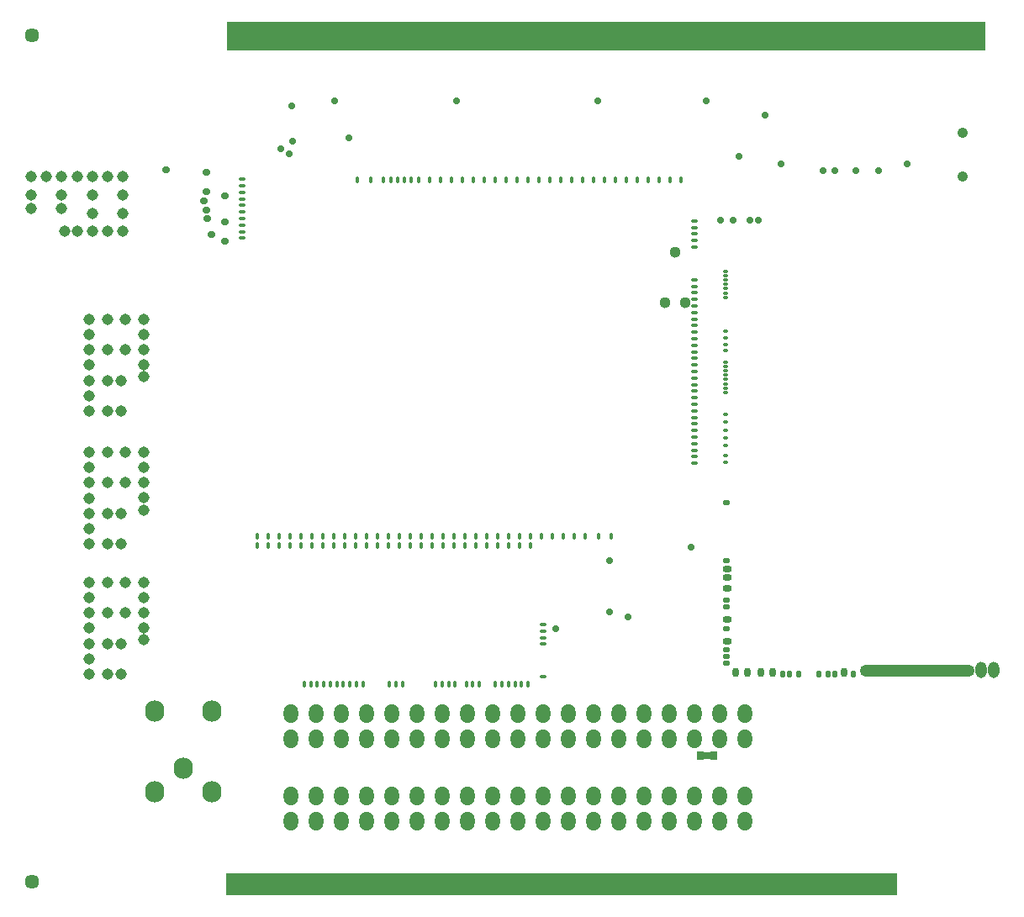
<source format=gbs>
G75*
G70*
%OFA0B0*%
%FSLAX25Y25*%
%IPPOS*%
%LPD*%
%AMOC8*
5,1,8,0,0,1.08239X$1,22.5*
%
%AMM53*
21,1,0.015350,0.009840,0.000000,0.000000,90.000000*
21,1,0.000000,0.025200,0.000000,0.000000,90.000000*
1,1,0.015350,0.004920,0.000000*
1,1,0.015350,0.004920,0.000000*
1,1,0.015350,-0.004920,0.000000*
1,1,0.015350,-0.004920,0.000000*
%
%AMM54*
21,1,0.015350,0.009840,0.000000,0.000000,0.000000*
21,1,0.000000,0.025200,0.000000,0.000000,0.000000*
1,1,0.015350,0.000000,-0.004920*
1,1,0.015350,0.000000,-0.004920*
1,1,0.015350,0.000000,0.004920*
1,1,0.015350,0.000000,0.004920*
%
%AMM92*
21,1,0.015350,0.009840,0.000000,0.000000,270.000000*
21,1,0.000000,0.025200,0.000000,0.000000,270.000000*
1,1,0.015350,-0.004920,0.000000*
1,1,0.015350,-0.004920,0.000000*
1,1,0.015350,0.004920,0.000000*
1,1,0.015350,0.004920,0.000000*
%
%ADD10M54*%
%ADD102M92*%
%ADD108C,0.04451*%
%ADD142O,0.02913X0.02126*%
%ADD148O,0.04488X0.06457*%
%ADD156R,0.02520X0.03701*%
%ADD161O,0.02913X0.03701*%
%ADD181C,0.04095*%
%ADD203O,0.45433X0.04882*%
%ADD205R,3.01083X0.11417*%
%ADD229R,2.65847X0.08563*%
%ADD244O,0.02126X0.01339*%
%ADD246M53*%
%ADD265C,0.04488*%
%ADD282C,0.00551*%
%ADD292O,0.07638X0.08425*%
%ADD298C,0.05701*%
%ADD45R,0.03556X0.03162*%
%ADD80O,0.02126X0.02913*%
%ADD86O,0.03701X0.02913*%
%ADD93C,0.02913*%
%ADD95O,0.05669X0.07638*%
X0000000Y0000000D02*
G01*
G75*
D229*
X0215699Y0004281D02*
D03*
D148*
X0387211Y0089483D02*
D03*
X0382266Y0089483D02*
D03*
D86*
X0281581Y0129444D02*
D03*
X0281581Y0125999D02*
D03*
X0281581Y0121767D02*
D03*
X0281581Y0109463D02*
D03*
X0281581Y0100507D02*
D03*
D181*
X0374799Y0302362D02*
D03*
X0374799Y0285039D02*
D03*
D93*
X0234744Y0132776D02*
D03*
X0213287Y0105807D02*
D03*
X0242224Y0110236D02*
D03*
X0267126Y0137992D02*
D03*
X0234813Y0112175D02*
D03*
X0352772Y0290075D02*
D03*
X0319390Y0287402D02*
D03*
X0302756Y0290039D02*
D03*
X0332579Y0287402D02*
D03*
X0341339Y0287402D02*
D03*
X0324016Y0287402D02*
D03*
X0296555Y0309350D02*
D03*
X0104331Y0296063D02*
D03*
X0107776Y0293996D02*
D03*
X0108957Y0299016D02*
D03*
X0108661Y0312992D02*
D03*
X0290354Y0267815D02*
D03*
X0293898Y0267815D02*
D03*
X0278839Y0267815D02*
D03*
X0283858Y0267815D02*
D03*
X0286043Y0293110D02*
D03*
X0230118Y0315158D02*
D03*
X0273031Y0315158D02*
D03*
X0131398Y0300197D02*
D03*
X0174213Y0315158D02*
D03*
X0125932Y0315158D02*
D03*
X0075059Y0279035D02*
D03*
X0082284Y0277362D02*
D03*
X0074213Y0275197D02*
D03*
X0075059Y0271752D02*
D03*
X0082284Y0267126D02*
D03*
X0075354Y0268406D02*
D03*
X0077126Y0262008D02*
D03*
X0082284Y0259449D02*
D03*
X0075000Y0286516D02*
D03*
X0058957Y0287697D02*
D03*
D282*
X0312205Y0052165D02*
D03*
X0319882Y0021457D02*
D03*
X0028346Y0021457D02*
D03*
X0036024Y0052165D02*
D03*
X0034331Y0073150D02*
D03*
X0316496Y0073150D02*
D03*
X0015079Y0039449D02*
D03*
X0333701Y0039449D02*
D03*
X0250590Y0317717D02*
D03*
D292*
X0054331Y0041142D02*
D03*
X0077165Y0041142D02*
D03*
X0065748Y0050315D02*
D03*
X0054331Y0073150D02*
D03*
X0077165Y0073150D02*
D03*
D95*
X0208307Y0062087D02*
D03*
X0288307Y0072087D02*
D03*
X0288307Y0062087D02*
D03*
X0278307Y0072087D02*
D03*
X0278307Y0062087D02*
D03*
X0268307Y0072087D02*
D03*
X0268307Y0062087D02*
D03*
X0258307Y0072087D02*
D03*
X0258307Y0062087D02*
D03*
X0248307Y0072087D02*
D03*
X0248307Y0062087D02*
D03*
X0238307Y0072087D02*
D03*
X0238307Y0062087D02*
D03*
X0228307Y0072087D02*
D03*
X0228307Y0062087D02*
D03*
X0218307Y0072087D02*
D03*
X0218307Y0062087D02*
D03*
X0208307Y0072087D02*
D03*
X0208307Y0029331D02*
D03*
X0288307Y0039331D02*
D03*
X0288307Y0029331D02*
D03*
X0278307Y0039331D02*
D03*
X0278307Y0029331D02*
D03*
X0268307Y0039331D02*
D03*
X0268307Y0029331D02*
D03*
X0258307Y0039331D02*
D03*
X0258307Y0029331D02*
D03*
X0248307Y0039331D02*
D03*
X0248307Y0029331D02*
D03*
X0238307Y0039331D02*
D03*
X0238307Y0029331D02*
D03*
X0228307Y0039331D02*
D03*
X0228307Y0029331D02*
D03*
X0218307Y0039331D02*
D03*
X0218307Y0029331D02*
D03*
X0208307Y0039331D02*
D03*
X0108307Y0062087D02*
D03*
X0108307Y0072087D02*
D03*
X0118307Y0062087D02*
D03*
X0118307Y0072087D02*
D03*
X0128307Y0062087D02*
D03*
X0128307Y0072087D02*
D03*
X0138307Y0062087D02*
D03*
X0138307Y0072087D02*
D03*
X0148307Y0062087D02*
D03*
X0148307Y0072087D02*
D03*
X0158307Y0062087D02*
D03*
X0158307Y0072087D02*
D03*
X0168307Y0062087D02*
D03*
X0168307Y0072087D02*
D03*
X0178307Y0062087D02*
D03*
X0178307Y0072087D02*
D03*
X0188307Y0062087D02*
D03*
X0188307Y0072087D02*
D03*
X0198307Y0062087D02*
D03*
X0198307Y0072087D02*
D03*
X0108307Y0029331D02*
D03*
X0108307Y0039331D02*
D03*
X0118307Y0029331D02*
D03*
X0118307Y0039331D02*
D03*
X0128307Y0029331D02*
D03*
X0128307Y0039331D02*
D03*
X0138307Y0029331D02*
D03*
X0138307Y0039331D02*
D03*
X0148307Y0029331D02*
D03*
X0148307Y0039331D02*
D03*
X0158307Y0029331D02*
D03*
X0158307Y0039331D02*
D03*
X0168307Y0029331D02*
D03*
X0168307Y0039331D02*
D03*
X0178307Y0029331D02*
D03*
X0178307Y0039331D02*
D03*
X0188307Y0029331D02*
D03*
X0188307Y0039331D02*
D03*
X0198307Y0029331D02*
D03*
X0198307Y0039331D02*
D03*
D298*
X0005630Y0341024D02*
D03*
X0343012Y0005433D02*
D03*
X0005630Y0005433D02*
D03*
D265*
X0028543Y0124114D02*
D03*
X0028543Y0112106D02*
D03*
X0028543Y0099803D02*
D03*
X0028543Y0087795D02*
D03*
X0040944Y0087795D02*
D03*
X0035728Y0087795D02*
D03*
X0040944Y0099803D02*
D03*
X0035728Y0099803D02*
D03*
X0042913Y0112106D02*
D03*
X0035728Y0112106D02*
D03*
X0035728Y0124114D02*
D03*
X0042913Y0124114D02*
D03*
X0050098Y0101181D02*
D03*
X0050098Y0112106D02*
D03*
X0050098Y0124114D02*
D03*
X0028543Y0093799D02*
D03*
X0028543Y0105905D02*
D03*
X0028543Y0118110D02*
D03*
X0050098Y0118110D02*
D03*
X0050098Y0106102D02*
D03*
X0028543Y0175689D02*
D03*
X0028543Y0163681D02*
D03*
X0028543Y0151378D02*
D03*
X0028543Y0139370D02*
D03*
X0040944Y0139370D02*
D03*
X0035728Y0139370D02*
D03*
X0040944Y0151378D02*
D03*
X0035728Y0151378D02*
D03*
X0042913Y0163681D02*
D03*
X0035728Y0163681D02*
D03*
X0035728Y0175689D02*
D03*
X0042913Y0175689D02*
D03*
X0050098Y0152756D02*
D03*
X0050098Y0163681D02*
D03*
X0050098Y0175689D02*
D03*
X0028543Y0145374D02*
D03*
X0028543Y0157480D02*
D03*
X0028543Y0169685D02*
D03*
X0050098Y0169685D02*
D03*
X0050098Y0157677D02*
D03*
X0028543Y0228445D02*
D03*
X0028543Y0216437D02*
D03*
X0028543Y0204134D02*
D03*
X0028543Y0192126D02*
D03*
X0040944Y0192126D02*
D03*
X0035728Y0192126D02*
D03*
X0040944Y0204134D02*
D03*
X0035728Y0204134D02*
D03*
X0042913Y0216437D02*
D03*
X0035728Y0216437D02*
D03*
X0035728Y0228445D02*
D03*
X0042913Y0228445D02*
D03*
X0050098Y0205512D02*
D03*
X0050098Y0216437D02*
D03*
X0050098Y0228445D02*
D03*
X0028543Y0198130D02*
D03*
X0028543Y0210236D02*
D03*
X0028543Y0222441D02*
D03*
X0050098Y0222441D02*
D03*
X0050098Y0210433D02*
D03*
X0041831Y0284843D02*
D03*
X0029823Y0284843D02*
D03*
X0017520Y0284843D02*
D03*
X0005512Y0284843D02*
D03*
X0005512Y0272441D02*
D03*
X0005512Y0277658D02*
D03*
X0017520Y0272441D02*
D03*
X0017520Y0277658D02*
D03*
X0029823Y0270473D02*
D03*
X0029823Y0277658D02*
D03*
X0041831Y0277658D02*
D03*
X0041831Y0270473D02*
D03*
X0018898Y0263288D02*
D03*
X0029823Y0263288D02*
D03*
X0041831Y0263288D02*
D03*
X0011516Y0284842D02*
D03*
X0023622Y0284842D02*
D03*
X0035827Y0284843D02*
D03*
X0035827Y0263288D02*
D03*
X0023819Y0263288D02*
D03*
D205*
X0233317Y0340748D02*
D03*
D246*
X0208465Y0086528D02*
D03*
X0208465Y0107316D02*
D03*
X0208465Y0104717D02*
D03*
X0208465Y0102119D02*
D03*
X0208465Y0099520D02*
D03*
X0268492Y0189469D02*
D03*
X0268492Y0186870D02*
D03*
X0268492Y0184272D02*
D03*
X0268492Y0181673D02*
D03*
X0268492Y0179075D02*
D03*
X0268492Y0176476D02*
D03*
X0268492Y0173878D02*
D03*
X0268492Y0171280D02*
D03*
X0268492Y0259626D02*
D03*
X0268492Y0262224D02*
D03*
X0268492Y0264823D02*
D03*
X0268492Y0267421D02*
D03*
X0268492Y0257028D02*
D03*
X0268492Y0244035D02*
D03*
X0268492Y0241437D02*
D03*
X0268492Y0238839D02*
D03*
X0268492Y0236240D02*
D03*
X0268492Y0233642D02*
D03*
X0268492Y0231043D02*
D03*
X0268492Y0228445D02*
D03*
X0268492Y0225846D02*
D03*
X0268492Y0223248D02*
D03*
X0268492Y0220650D02*
D03*
X0268492Y0218051D02*
D03*
X0268492Y0215453D02*
D03*
X0268492Y0212854D02*
D03*
X0268492Y0210256D02*
D03*
X0268492Y0207658D02*
D03*
X0268492Y0205059D02*
D03*
X0268492Y0202461D02*
D03*
X0268492Y0199862D02*
D03*
X0268492Y0197264D02*
D03*
X0268492Y0194665D02*
D03*
X0268492Y0192067D02*
D03*
X0089252Y0278740D02*
D03*
X0089252Y0276142D02*
D03*
X0089252Y0273543D02*
D03*
X0089252Y0270945D02*
D03*
X0089252Y0268347D02*
D03*
X0089252Y0265748D02*
D03*
X0089252Y0263150D02*
D03*
X0089252Y0260551D02*
D03*
X0089252Y0283937D02*
D03*
X0089252Y0281339D02*
D03*
D10*
X0108189Y0138689D02*
D03*
X0103858Y0138689D02*
D03*
X0099528Y0138689D02*
D03*
X0095197Y0138689D02*
D03*
X0202476Y0083720D02*
D03*
X0199878Y0083720D02*
D03*
X0197280Y0083720D02*
D03*
X0194681Y0083720D02*
D03*
X0192083Y0083720D02*
D03*
X0189484Y0083720D02*
D03*
X0183181Y0083720D02*
D03*
X0180583Y0083720D02*
D03*
X0177984Y0083720D02*
D03*
X0173571Y0083720D02*
D03*
X0170973Y0083720D02*
D03*
X0168374Y0083720D02*
D03*
X0165776Y0083720D02*
D03*
X0152681Y0083720D02*
D03*
X0150083Y0083720D02*
D03*
X0147484Y0083720D02*
D03*
X0137067Y0083720D02*
D03*
X0134469Y0083720D02*
D03*
X0131870Y0083720D02*
D03*
X0129272Y0083720D02*
D03*
X0126673Y0083720D02*
D03*
X0124075Y0083720D02*
D03*
X0121476Y0083720D02*
D03*
X0118878Y0083720D02*
D03*
X0116279Y0083720D02*
D03*
X0113681Y0083720D02*
D03*
X0112520Y0138689D02*
D03*
X0116850Y0138689D02*
D03*
X0121181Y0138689D02*
D03*
X0125512Y0138689D02*
D03*
X0129842Y0138689D02*
D03*
X0134173Y0138689D02*
D03*
X0138504Y0138689D02*
D03*
X0142835Y0138689D02*
D03*
X0147165Y0138689D02*
D03*
X0151496Y0138689D02*
D03*
X0155827Y0138689D02*
D03*
X0160157Y0138689D02*
D03*
X0164488Y0138689D02*
D03*
X0168819Y0138689D02*
D03*
X0173150Y0138689D02*
D03*
X0177480Y0138689D02*
D03*
X0181811Y0138689D02*
D03*
X0186142Y0138689D02*
D03*
X0190472Y0138689D02*
D03*
X0194803Y0138689D02*
D03*
X0199134Y0138689D02*
D03*
X0203464Y0138689D02*
D03*
X0153465Y0283669D02*
D03*
X0148228Y0283669D02*
D03*
X0250079Y0283669D02*
D03*
X0254409Y0283669D02*
D03*
X0258740Y0283669D02*
D03*
X0112520Y0142217D02*
D03*
X0108189Y0142217D02*
D03*
X0103858Y0142217D02*
D03*
X0099528Y0142217D02*
D03*
X0220787Y0142217D02*
D03*
X0225118Y0142217D02*
D03*
X0230315Y0142217D02*
D03*
X0235512Y0142217D02*
D03*
X0216457Y0142217D02*
D03*
X0212126Y0142217D02*
D03*
X0207795Y0142217D02*
D03*
X0203465Y0142217D02*
D03*
X0199134Y0142217D02*
D03*
X0194803Y0142217D02*
D03*
X0190472Y0142217D02*
D03*
X0186142Y0142217D02*
D03*
X0181811Y0142217D02*
D03*
X0177480Y0142217D02*
D03*
X0173150Y0142217D02*
D03*
X0168819Y0142217D02*
D03*
X0164488Y0142217D02*
D03*
X0160158Y0142217D02*
D03*
X0155827Y0142217D02*
D03*
X0151496Y0142217D02*
D03*
X0147166Y0142217D02*
D03*
X0142835Y0142217D02*
D03*
X0138504Y0142217D02*
D03*
X0134173Y0142217D02*
D03*
X0129843Y0142217D02*
D03*
X0125512Y0142217D02*
D03*
X0150847Y0283669D02*
D03*
X0145236Y0283669D02*
D03*
X0140039Y0283669D02*
D03*
X0134843Y0283669D02*
D03*
X0156083Y0283669D02*
D03*
X0159134Y0283669D02*
D03*
X0163465Y0283669D02*
D03*
X0167795Y0283669D02*
D03*
X0172126Y0283669D02*
D03*
X0176457Y0283669D02*
D03*
X0180787Y0283669D02*
D03*
X0185118Y0283669D02*
D03*
X0189449Y0283669D02*
D03*
X0193779Y0283669D02*
D03*
X0198110Y0283669D02*
D03*
X0202441Y0283669D02*
D03*
X0206771Y0283669D02*
D03*
X0211102Y0283669D02*
D03*
X0215433Y0283669D02*
D03*
X0219764Y0283669D02*
D03*
X0224094Y0283669D02*
D03*
X0228425Y0283669D02*
D03*
X0232756Y0283669D02*
D03*
X0237087Y0283669D02*
D03*
X0241417Y0283669D02*
D03*
X0245748Y0283669D02*
D03*
X0121181Y0142217D02*
D03*
X0116851Y0142217D02*
D03*
X0095197Y0142217D02*
D03*
X0263071Y0283669D02*
D03*
D156*
X0275984Y0055413D02*
D03*
X0270866Y0055413D02*
D03*
D45*
X0274902Y0055413D02*
D03*
X0271949Y0055413D02*
D03*
D244*
X0280793Y0247456D02*
D03*
X0280793Y0245723D02*
D03*
X0280793Y0243991D02*
D03*
X0280793Y0242259D02*
D03*
X0280793Y0240526D02*
D03*
X0280793Y0238794D02*
D03*
X0280793Y0237062D02*
D03*
X0280793Y0223656D02*
D03*
X0280793Y0221058D02*
D03*
X0280793Y0218459D02*
D03*
X0280793Y0215861D02*
D03*
X0280793Y0211432D02*
D03*
X0280793Y0209700D02*
D03*
X0280793Y0207967D02*
D03*
X0280793Y0206235D02*
D03*
X0280793Y0204503D02*
D03*
X0280793Y0202770D02*
D03*
X0280793Y0201038D02*
D03*
X0280793Y0199306D02*
D03*
X0280793Y0190664D02*
D03*
X0280793Y0187531D02*
D03*
X0280793Y0184381D02*
D03*
X0280793Y0181231D02*
D03*
X0280793Y0171688D02*
D03*
X0280793Y0174286D02*
D03*
X0280793Y0178460D02*
D03*
D142*
X0281207Y0155723D02*
D03*
X0281207Y0132692D02*
D03*
X0281207Y0091866D02*
D03*
X0281207Y0094601D02*
D03*
X0281207Y0097279D02*
D03*
X0281207Y0105646D02*
D03*
X0281207Y0114483D02*
D03*
X0281207Y0117042D02*
D03*
D161*
X0284750Y0088204D02*
D03*
X0289376Y0088204D02*
D03*
X0294691Y0088204D02*
D03*
X0299317Y0088204D02*
D03*
X0327663Y0088204D02*
D03*
D203*
X0356896Y0088991D02*
D03*
D80*
X0331502Y0087810D02*
D03*
X0324239Y0087810D02*
D03*
X0317842Y0087810D02*
D03*
X0303333Y0087810D02*
D03*
X0306129Y0087810D02*
D03*
X0309672Y0087810D02*
D03*
X0321364Y0087810D02*
D03*
X0087382Y0140157D02*
G01*
G75*
D108*
X0260807Y0255078D02*
D03*
X0264807Y0235078D02*
D03*
X0256807Y0235078D02*
D03*
D10*
X0153465Y0283669D02*
D03*
X0148229Y0283669D02*
D03*
X0250079Y0283669D02*
D03*
X0254409Y0283669D02*
D03*
X0258740Y0283669D02*
D03*
X0112520Y0142216D02*
D03*
X0108189Y0142216D02*
D03*
X0103859Y0142216D02*
D03*
X0099528Y0142216D02*
D03*
X0220787Y0142216D02*
D03*
X0225118Y0142216D02*
D03*
X0230315Y0142216D02*
D03*
X0235512Y0142216D02*
D03*
X0216457Y0142216D02*
D03*
X0212126Y0142216D02*
D03*
X0207795Y0142216D02*
D03*
X0203465Y0142216D02*
D03*
X0199134Y0142216D02*
D03*
X0194803Y0142216D02*
D03*
X0190473Y0142216D02*
D03*
X0186142Y0142216D02*
D03*
X0181811Y0142216D02*
D03*
X0177481Y0142216D02*
D03*
X0173150Y0142216D02*
D03*
X0168819Y0142216D02*
D03*
X0164488Y0142216D02*
D03*
X0160158Y0142216D02*
D03*
X0155827Y0142216D02*
D03*
X0151496Y0142216D02*
D03*
X0147166Y0142216D02*
D03*
X0142835Y0142216D02*
D03*
X0138504Y0142216D02*
D03*
X0134173Y0142216D02*
D03*
X0129843Y0142216D02*
D03*
X0125512Y0142216D02*
D03*
X0150847Y0283669D02*
D03*
X0145236Y0283669D02*
D03*
X0140040Y0283669D02*
D03*
X0134843Y0283669D02*
D03*
X0156083Y0283669D02*
D03*
X0159134Y0283669D02*
D03*
X0163465Y0283669D02*
D03*
X0167795Y0283669D02*
D03*
X0172126Y0283669D02*
D03*
X0176457Y0283669D02*
D03*
X0180787Y0283669D02*
D03*
X0185118Y0283669D02*
D03*
X0189449Y0283669D02*
D03*
X0193780Y0283669D02*
D03*
X0198110Y0283669D02*
D03*
X0202441Y0283669D02*
D03*
X0206772Y0283669D02*
D03*
X0211102Y0283669D02*
D03*
X0215433Y0283669D02*
D03*
X0219764Y0283669D02*
D03*
X0224095Y0283669D02*
D03*
X0228425Y0283669D02*
D03*
X0232756Y0283669D02*
D03*
X0237087Y0283669D02*
D03*
X0241417Y0283669D02*
D03*
X0245748Y0283669D02*
D03*
X0121181Y0142216D02*
D03*
X0116851Y0142216D02*
D03*
X0095197Y0142216D02*
D03*
X0263071Y0283669D02*
D03*
D102*
X0268492Y0189468D02*
D03*
X0268492Y0186870D02*
D03*
X0268492Y0184271D02*
D03*
X0268492Y0181673D02*
D03*
X0268492Y0179074D02*
D03*
X0268492Y0176476D02*
D03*
X0268492Y0173877D02*
D03*
X0268492Y0171279D02*
D03*
X0268492Y0259625D02*
D03*
X0268492Y0262224D02*
D03*
X0268492Y0264822D02*
D03*
X0268492Y0267421D02*
D03*
X0268492Y0257027D02*
D03*
X0268492Y0244035D02*
D03*
X0268492Y0241436D02*
D03*
X0268492Y0238838D02*
D03*
X0268492Y0236240D02*
D03*
X0268492Y0233641D02*
D03*
X0268492Y0231043D02*
D03*
X0268492Y0228444D02*
D03*
X0268492Y0225846D02*
D03*
X0268492Y0223248D02*
D03*
X0268492Y0220649D02*
D03*
X0268492Y0218051D02*
D03*
X0268492Y0215452D02*
D03*
X0268492Y0212854D02*
D03*
X0268492Y0210255D02*
D03*
X0268492Y0207657D02*
D03*
X0268492Y0205059D02*
D03*
X0268492Y0202460D02*
D03*
X0268492Y0199862D02*
D03*
X0268492Y0197263D02*
D03*
X0268492Y0194665D02*
D03*
X0268492Y0192066D02*
D03*
X0089252Y0278740D02*
D03*
X0089252Y0276141D02*
D03*
X0089252Y0273543D02*
D03*
X0089252Y0270944D02*
D03*
X0089252Y0268346D02*
D03*
X0089252Y0265748D02*
D03*
X0089252Y0263149D02*
D03*
X0089252Y0260551D02*
D03*
X0089252Y0283937D02*
D03*
X0089252Y0281338D02*
D03*
X0087795Y0082283D02*
G01*
G75*
D246*
X0208464Y0086528D02*
D03*
X0208464Y0107315D02*
D03*
X0208464Y0104717D02*
D03*
X0208464Y0102118D02*
D03*
X0208464Y0099520D02*
D03*
D10*
X0108189Y0138689D02*
D03*
X0103858Y0138689D02*
D03*
X0099527Y0138689D02*
D03*
X0095197Y0138689D02*
D03*
X0202476Y0083720D02*
D03*
X0199878Y0083720D02*
D03*
X0197279Y0083720D02*
D03*
X0194681Y0083720D02*
D03*
X0192082Y0083720D02*
D03*
X0189484Y0083720D02*
D03*
X0183181Y0083720D02*
D03*
X0180582Y0083720D02*
D03*
X0177984Y0083720D02*
D03*
X0173571Y0083720D02*
D03*
X0170973Y0083720D02*
D03*
X0168374Y0083720D02*
D03*
X0165776Y0083720D02*
D03*
X0152681Y0083720D02*
D03*
X0150082Y0083720D02*
D03*
X0147484Y0083720D02*
D03*
X0137067Y0083720D02*
D03*
X0134468Y0083720D02*
D03*
X0131870Y0083720D02*
D03*
X0129271Y0083720D02*
D03*
X0126673Y0083720D02*
D03*
X0124075Y0083720D02*
D03*
X0121476Y0083720D02*
D03*
X0118878Y0083720D02*
D03*
X0116279Y0083720D02*
D03*
X0113681Y0083720D02*
D03*
X0112519Y0138689D02*
D03*
X0116850Y0138689D02*
D03*
X0121181Y0138689D02*
D03*
X0125511Y0138689D02*
D03*
X0129842Y0138689D02*
D03*
X0134173Y0138689D02*
D03*
X0138504Y0138689D02*
D03*
X0142834Y0138689D02*
D03*
X0147165Y0138689D02*
D03*
X0151496Y0138689D02*
D03*
X0155826Y0138689D02*
D03*
X0160157Y0138689D02*
D03*
X0164488Y0138689D02*
D03*
X0168819Y0138689D02*
D03*
X0173149Y0138689D02*
D03*
X0177480Y0138689D02*
D03*
X0181811Y0138689D02*
D03*
X0186141Y0138689D02*
D03*
X0190472Y0138689D02*
D03*
X0194803Y0138689D02*
D03*
X0199133Y0138689D02*
D03*
X0203464Y0138689D02*
D03*
X0209843Y0078150D02*
G01*
G75*
D93*
X0234814Y0112176D02*
D03*
X0267127Y0137992D02*
D03*
X0242225Y0110237D02*
D03*
X0213288Y0105807D02*
D03*
X0234745Y0132776D02*
D03*
X0123425Y0287992D02*
G01*
G75*
D93*
X0230118Y0315157D02*
D03*
X0273031Y0315157D02*
D03*
X0131397Y0300197D02*
D03*
X0174212Y0315157D02*
D03*
X0125932Y0315157D02*
D03*
X0283071Y0255906D02*
G01*
G75*
D93*
X0296555Y0309351D02*
D03*
X0324016Y0287402D02*
D03*
X0341339Y0287402D02*
D03*
X0332579Y0287402D02*
D03*
X0302756Y0290040D02*
D03*
X0319390Y0287402D02*
D03*
X0352772Y0290076D02*
D03*
X0279724Y0086280D02*
G01*
G75*
D148*
X0387210Y0089484D02*
D03*
X0382266Y0089484D02*
D03*
D86*
X0281580Y0129444D02*
D03*
X0281580Y0125999D02*
D03*
X0281580Y0121767D02*
D03*
X0281580Y0109464D02*
D03*
X0281580Y0100507D02*
D03*
D244*
X0280793Y0247456D02*
D03*
X0280793Y0245724D02*
D03*
X0280793Y0243992D02*
D03*
X0280793Y0242259D02*
D03*
X0280793Y0240527D02*
D03*
X0280793Y0238795D02*
D03*
X0280793Y0237062D02*
D03*
X0280793Y0223657D02*
D03*
X0280793Y0221058D02*
D03*
X0280793Y0218460D02*
D03*
X0280793Y0215861D02*
D03*
X0280793Y0211432D02*
D03*
X0280793Y0209700D02*
D03*
X0280793Y0207968D02*
D03*
X0280793Y0206236D02*
D03*
X0280793Y0204503D02*
D03*
X0280793Y0202771D02*
D03*
X0280793Y0201039D02*
D03*
X0280793Y0199306D02*
D03*
X0280793Y0190665D02*
D03*
X0280793Y0187531D02*
D03*
X0280793Y0184382D02*
D03*
X0280793Y0181232D02*
D03*
X0280793Y0171688D02*
D03*
X0280793Y0174287D02*
D03*
X0280793Y0178460D02*
D03*
D142*
X0281207Y0155724D02*
D03*
X0281207Y0132692D02*
D03*
X0281207Y0091866D02*
D03*
X0281207Y0094602D02*
D03*
X0281207Y0097280D02*
D03*
X0281207Y0105646D02*
D03*
X0281207Y0114484D02*
D03*
X0281207Y0117043D02*
D03*
D161*
X0284750Y0088204D02*
D03*
X0289376Y0088204D02*
D03*
X0294691Y0088204D02*
D03*
X0299317Y0088204D02*
D03*
X0327663Y0088204D02*
D03*
D203*
X0356895Y0088992D02*
D03*
D80*
X0331502Y0087810D02*
D03*
X0324239Y0087810D02*
D03*
X0317841Y0087810D02*
D03*
X0303332Y0087810D02*
D03*
X0306129Y0087810D02*
D03*
X0309672Y0087810D02*
D03*
X0321364Y0087810D02*
D03*
X0077461Y0288583D02*
G01*
G75*
D93*
X0108662Y0312992D02*
D03*
X0108957Y0299016D02*
D03*
X0107776Y0293996D02*
D03*
X0104331Y0296063D02*
D03*
X0275394Y0255217D02*
G01*
G75*
D93*
X0290355Y0267815D02*
D03*
X0293898Y0267815D02*
D03*
X0278839Y0267815D02*
D03*
X0283859Y0267815D02*
D03*
X0286044Y0293111D02*
D03*
X0052362Y0238189D02*
G01*
G75*
D93*
X0058661Y0287697D02*
D03*
X0074705Y0286516D02*
D03*
X0081988Y0259449D02*
D03*
X0076831Y0262008D02*
D03*
X0075059Y0268406D02*
D03*
X0081988Y0267126D02*
D03*
X0074764Y0271752D02*
D03*
X0073917Y0275197D02*
D03*
X0081988Y0277362D02*
D03*
X0074764Y0279035D02*
D03*
M02*

</source>
